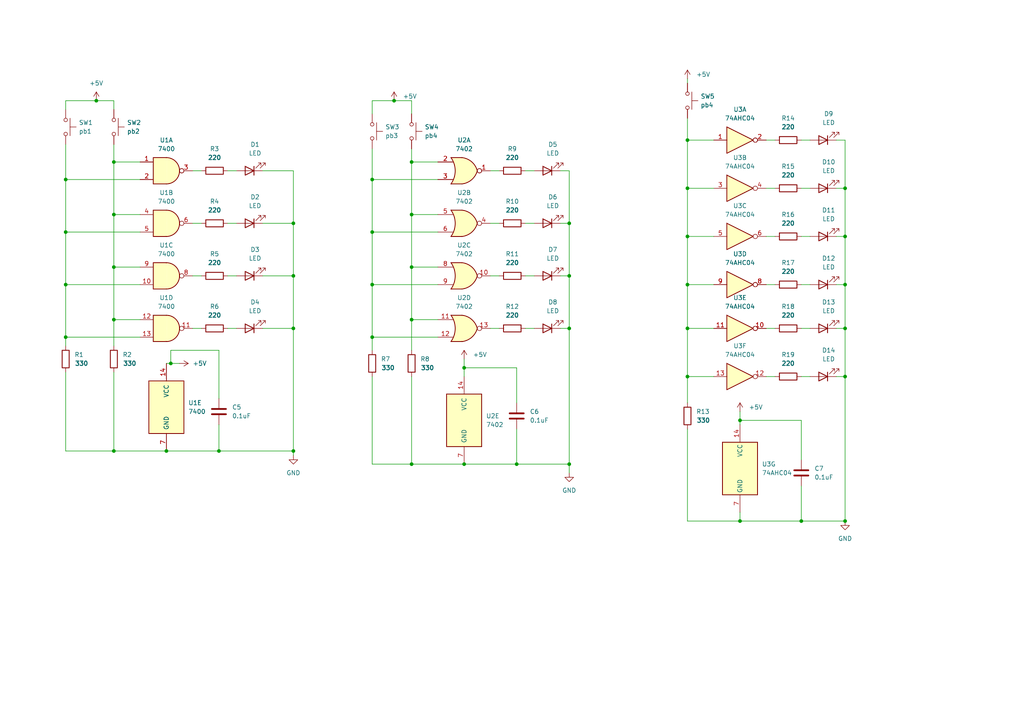
<source format=kicad_sch>
(kicad_sch (version 20211123) (generator eeschema)
  (paper "A4")
  (lib_symbols
    (symbol "74xx:7400" (pin_names (offset 1.016))
      (property "Reference" "U" (at 0 1.27 0))
      (property "Value" "7400" (at 0 -1.27 0))
      (symbol "7400_1_1"
        (arc (start 0 -3.81) (mid 3.81 0) (end 0 3.81) (stroke (width 0.254)) (fill (type background)))
        (polyline (pts (xy 0 3.81) (xy -3.81 3.81) (xy -3.81 -3.81) (xy 0 -3.81)) (stroke (width 0.254)) (fill (type background)))
        (pin input line (at -7.62 2.54 0) (length 3.81) (name "~") (number "1"))
        (pin input line (at -7.62 -2.54 0) (length 3.81) (name "~") (number "2"))
        (pin output inverted (at 7.62 0 180) (length 3.81) (name "~") (number "3"))
      )
      (symbol "7400_1_2"
        (arc (start -3.81 -3.81) (mid -2.589 0) (end -3.81 3.81) (stroke (width 0.254)))
        (arc (start -0.6096 -3.81) (mid 2.1842 -2.5851) (end 3.81 0) (stroke (width 0.254)) (fill (type background)))
        (polyline (pts (xy -3.81 -3.81) (xy -0.635 -3.81)) (stroke (width 0.254)) (fill (type background)))
        (polyline (pts (xy -3.81 3.81) (xy -0.635 3.81)) (stroke (width 0.254)) (fill (type background)))
        (polyline (pts (xy -0.635 3.81) (xy -3.81 3.81) (xy -3.81 3.81) (xy -3.556 3.4036) (xy -3.0226 2.2606) (xy -2.6924 1.0414) (xy -2.6162 -0.254) (xy -2.7686 -1.4986) (xy -3.175 -2.7178) (xy -3.81 -3.81) (xy -3.81 -3.81) (xy -0.635 -3.81)) (stroke (width -25.4)) (fill (type background)))
        (arc (start 3.81 0) (mid 2.1915 2.5936) (end -0.6096 3.81) (stroke (width 0.254)) (fill (type background)))
        (pin input inverted (at -7.62 2.54 0) (length 4.318) (name "~") (number "1"))
        (pin input inverted (at -7.62 -2.54 0) (length 4.318) (name "~") (number "2"))
        (pin output line (at 7.62 0 180) (length 3.81) (name "~") (number "3"))
      )
      (symbol "7400_2_1"
        (arc (start 0 -3.81) (mid 3.81 0) (end 0 3.81) (stroke (width 0.254)) (fill (type background)))
        (polyline (pts (xy 0 3.81) (xy -3.81 3.81) (xy -3.81 -3.81) (xy 0 -3.81)) (stroke (width 0.254)) (fill (type background)))
        (pin input line (at -7.62 2.54 0) (length 3.81) (name "~") (number "4"))
        (pin input line (at -7.62 -2.54 0) (length 3.81) (name "~") (number "5"))
        (pin output inverted (at 7.62 0 180) (length 3.81) (name "~") (number "6"))
      )
      (symbol "7400_2_2"
        (arc (start -3.81 -3.81) (mid -2.589 0) (end -3.81 3.81) (stroke (width 0.254)))
        (arc (start -0.6096 -3.81) (mid 2.1842 -2.5851) (end 3.81 0) (stroke (width 0.254)) (fill (type background)))
        (polyline (pts (xy -3.81 -3.81) (xy -0.635 -3.81)) (stroke (width 0.254)) (fill (type background)))
        (polyline (pts (xy -3.81 3.81) (xy -0.635 3.81)) (stroke (width 0.254)) (fill (type background)))
        (polyline (pts (xy -0.635 3.81) (xy -3.81 3.81) (xy -3.81 3.81) (xy -3.556 3.4036) (xy -3.0226 2.2606) (xy -2.6924 1.0414) (xy -2.6162 -0.254) (xy -2.7686 -1.4986) (xy -3.175 -2.7178) (xy -3.81 -3.81) (xy -3.81 -3.81) (xy -0.635 -3.81)) (stroke (width -25.4)) (fill (type background)))
        (arc (start 3.81 0) (mid 2.1915 2.5936) (end -0.6096 3.81) (stroke (width 0.254)) (fill (type background)))
        (pin input inverted (at -7.62 2.54 0) (length 4.318) (name "~") (number "4"))
        (pin input inverted (at -7.62 -2.54 0) (length 4.318) (name "~") (number "5"))
        (pin output line (at 7.62 0 180) (length 3.81) (name "~") (number "6"))
      )
      (symbol "7400_3_1"
        (arc (start 0 -3.81) (mid 3.81 0) (end 0 3.81) (stroke (width 0.254)) (fill (type background)))
        (polyline (pts (xy 0 3.81) (xy -3.81 3.81) (xy -3.81 -3.81) (xy 0 -3.81)) (stroke (width 0.254)) (fill (type background)))
        (pin input line (at -7.62 -2.54 0) (length 3.81) (name "~") (number "10"))
        (pin output inverted (at 7.62 0 180) (length 3.81) (name "~") (number "8"))
        (pin input line (at -7.62 2.54 0) (length 3.81) (name "~") (number "9"))
      )
      (symbol "7400_3_2"
        (arc (start -3.81 -3.81) (mid -2.589 0) (end -3.81 3.81) (stroke (width 0.254)))
        (arc (start -0.6096 -3.81) (mid 2.1842 -2.5851) (end 3.81 0) (stroke (width 0.254)) (fill (type background)))
        (polyline (pts (xy -3.81 -3.81) (xy -0.635 -3.81)) (stroke (width 0.254)) (fill (type background)))
        (polyline (pts (xy -3.81 3.81) (xy -0.635 3.81)) (stroke (width 0.254)) (fill (type background)))
        (polyline (pts (xy -0.635 3.81) (xy -3.81 3.81) (xy -3.81 3.81) (xy -3.556 3.4036) (xy -3.0226 2.2606) (xy -2.6924 1.0414) (xy -2.6162 -0.254) (xy -2.7686 -1.4986) (xy -3.175 -2.7178) (xy -3.81 -3.81) (xy -3.81 -3.81) (xy -0.635 -3.81)) (stroke (width -25.4)) (fill (type background)))
        (arc (start 3.81 0) (mid 2.1915 2.5936) (end -0.6096 3.81) (stroke (width 0.254)) (fill (type background)))
        (pin input inverted (at -7.62 -2.54 0) (length 4.318) (name "~") (number "10"))
        (pin output line (at 7.62 0 180) (length 3.81) (name "~") (number "8"))
        (pin input inverted (at -7.62 2.54 0) (length 4.318) (name "~") (number "9"))
      )
      (symbol "7400_4_1"
        (arc (start 0 -3.81) (mid 3.81 0) (end 0 3.81) (stroke (width 0.254)) (fill (type background)))
        (polyline (pts (xy 0 3.81) (xy -3.81 3.81) (xy -3.81 -3.81) (xy 0 -3.81)) (stroke (width 0.254)) (fill (type background)))
        (pin output inverted (at 7.62 0 180) (length 3.81) (name "~") (number "11"))
        (pin input line (at -7.62 2.54 0) (length 3.81) (name "~") (number "12"))
        (pin input line (at -7.62 -2.54 0) (length 3.81) (name "~") (number "13"))
      )
      (symbol "7400_4_2"
        (arc (start -3.81 -3.81) (mid -2.589 0) (end -3.81 3.81) (stroke (width 0.254)))
        (arc (start -0.6096 -3.81) (mid 2.1842 -2.5851) (end 3.81 0) (stroke (width 0.254)) (fill (type background)))
        (polyline (pts (xy -3.81 -3.81) (xy -0.635 -3.81)) (stroke (width 0.254)) (fill (type background)))
        (polyline (pts (xy -3.81 3.81) (xy -0.635 3.81)) (stroke (width 0.254)) (fill (type background)))
        (polyline (pts (xy -0.635 3.81) (xy -3.81 3.81) (xy -3.81 3.81) (xy -3.556 3.4036) (xy -3.0226 2.2606) (xy -2.6924 1.0414) (xy -2.6162 -0.254) (xy -2.7686 -1.4986) (xy -3.175 -2.7178) (xy -3.81 -3.81) (xy -3.81 -3.81) (xy -0.635 -3.81)) (stroke (width -25.4)) (fill (type background)))
        (arc (start 3.81 0) (mid 2.1915 2.5936) (end -0.6096 3.81) (stroke (width 0.254)) (fill (type background)))
        (pin output line (at 7.62 0 180) (length 3.81) (name "~") (number "11"))
        (pin input inverted (at -7.62 2.54 0) (length 4.318) (name "~") (number "12"))
        (pin input inverted (at -7.62 -2.54 0) (length 4.318) (name "~") (number "13"))
      )
      (symbol "7400_5_0"
        (pin power_in line (at 0 12.7 270) (length 5.08) (name "VCC") (number "14"))
        (pin power_in line (at 0 -12.7 90) (length 5.08) (name "GND") (number "7"))
      )
      (symbol "7400_5_1"
        (rectangle (start -5.08 7.62) (end 5.08 -7.62) (stroke (width 0.254)) (fill (type background)))
      )
    )
    (symbol "74xx:7402" (pin_names (offset 1.016))
      (property "Reference" "U" (at 0 1.27 0))
      (property "Value" "7402" (at 0 -1.27 0))
      (symbol "7402_1_1"
        (arc (start -3.81 -3.81) (mid -2.589 0) (end -3.81 3.81) (stroke (width 0.254)))
        (arc (start -0.6096 -3.81) (mid 2.1842 -2.5851) (end 3.81 0) (stroke (width 0.254)) (fill (type background)))
        (polyline (pts (xy -3.81 -3.81) (xy -0.635 -3.81)) (stroke (width 0.254)) (fill (type background)))
        (polyline (pts (xy -3.81 3.81) (xy -0.635 3.81)) (stroke (width 0.254)) (fill (type background)))
        (polyline (pts (xy -0.635 3.81) (xy -3.81 3.81) (xy -3.81 3.81) (xy -3.556 3.4036) (xy -3.0226 2.2606) (xy -2.6924 1.0414) (xy -2.6162 -0.254) (xy -2.7686 -1.4986) (xy -3.175 -2.7178) (xy -3.81 -3.81) (xy -3.81 -3.81) (xy -0.635 -3.81)) (stroke (width -25.4)) (fill (type background)))
        (arc (start 3.81 0) (mid 2.1915 2.5936) (end -0.6096 3.81) (stroke (width 0.254)) (fill (type background)))
        (pin output inverted (at 7.62 0 180) (length 3.81) (name "~") (number "1"))
        (pin input line (at -7.62 2.54 0) (length 4.318) (name "~") (number "2"))
        (pin input line (at -7.62 -2.54 0) (length 4.318) (name "~") (number "3"))
      )
      (symbol "7402_1_2"
        (arc (start 0 -3.81) (mid 3.81 0) (end 0 3.81) (stroke (width 0.254)) (fill (type background)))
        (polyline (pts (xy 0 3.81) (xy -3.81 3.81) (xy -3.81 -3.81) (xy 0 -3.81)) (stroke (width 0.254)) (fill (type background)))
        (pin output line (at 7.62 0 180) (length 3.81) (name "~") (number "1"))
        (pin input inverted (at -7.62 2.54 0) (length 3.81) (name "~") (number "2"))
        (pin input inverted (at -7.62 -2.54 0) (length 3.81) (name "~") (number "3"))
      )
      (symbol "7402_2_1"
        (arc (start -3.81 -3.81) (mid -2.589 0) (end -3.81 3.81) (stroke (width 0.254)))
        (arc (start -0.6096 -3.81) (mid 2.1842 -2.5851) (end 3.81 0) (stroke (width 0.254)) (fill (type background)))
        (polyline (pts (xy -3.81 -3.81) (xy -0.635 -3.81)) (stroke (width 0.254)) (fill (type background)))
        (polyline (pts (xy -3.81 3.81) (xy -0.635 3.81)) (stroke (width 0.254)) (fill (type background)))
        (polyline (pts (xy -0.635 3.81) (xy -3.81 3.81) (xy -3.81 3.81) (xy -3.556 3.4036) (xy -3.0226 2.2606) (xy -2.6924 1.0414) (xy -2.6162 -0.254) (xy -2.7686 -1.4986) (xy -3.175 -2.7178) (xy -3.81 -3.81) (xy -3.81 -3.81) (xy -0.635 -3.81)) (stroke (width -25.4)) (fill (type background)))
        (arc (start 3.81 0) (mid 2.1915 2.5936) (end -0.6096 3.81) (stroke (width 0.254)) (fill (type background)))
        (pin output inverted (at 7.62 0 180) (length 3.81) (name "~") (number "4"))
        (pin input line (at -7.62 2.54 0) (length 4.318) (name "~") (number "5"))
        (pin input line (at -7.62 -2.54 0) (length 4.318) (name "~") (number "6"))
      )
      (symbol "7402_2_2"
        (arc (start 0 -3.81) (mid 3.81 0) (end 0 3.81) (stroke (width 0.254)) (fill (type background)))
        (polyline (pts (xy 0 3.81) (xy -3.81 3.81) (xy -3.81 -3.81) (xy 0 -3.81)) (stroke (width 0.254)) (fill (type background)))
        (pin output line (at 7.62 0 180) (length 3.81) (name "~") (number "4"))
        (pin input inverted (at -7.62 2.54 0) (length 3.81) (name "~") (number "5"))
        (pin input inverted (at -7.62 -2.54 0) (length 3.81) (name "~") (number "6"))
      )
      (symbol "7402_3_1"
        (arc (start -3.81 -3.81) (mid -2.589 0) (end -3.81 3.81) (stroke (width 0.254)))
        (arc (start -0.6096 -3.81) (mid 2.1842 -2.5851) (end 3.81 0) (stroke (width 0.254)) (fill (type background)))
        (polyline (pts (xy -3.81 -3.81) (xy -0.635 -3.81)) (stroke (width 0.254)) (fill (type background)))
        (polyline (pts (xy -3.81 3.81) (xy -0.635 3.81)) (stroke (width 0.254)) (fill (type background)))
        (polyline (pts (xy -0.635 3.81) (xy -3.81 3.81) (xy -3.81 3.81) (xy -3.556 3.4036) (xy -3.0226 2.2606) (xy -2.6924 1.0414) (xy -2.6162 -0.254) (xy -2.7686 -1.4986) (xy -3.175 -2.7178) (xy -3.81 -3.81) (xy -3.81 -3.81) (xy -0.635 -3.81)) (stroke (width -25.4)) (fill (type background)))
        (arc (start 3.81 0) (mid 2.1915 2.5936) (end -0.6096 3.81) (stroke (width 0.254)) (fill (type background)))
        (pin output inverted (at 7.62 0 180) (length 3.81) (name "~") (number "10"))
        (pin input line (at -7.62 2.54 0) (length 4.318) (name "~") (number "8"))
        (pin input line (at -7.62 -2.54 0) (length 4.318) (name "~") (number "9"))
      )
      (symbol "7402_3_2"
        (arc (start 0 -3.81) (mid 3.81 0) (end 0 3.81) (stroke (width 0.254)) (fill (type background)))
        (polyline (pts (xy 0 3.81) (xy -3.81 3.81) (xy -3.81 -3.81) (xy 0 -3.81)) (stroke (width 0.254)) (fill (type background)))
        (pin output line (at 7.62 0 180) (length 3.81) (name "~") (number "10"))
        (pin input inverted (at -7.62 2.54 0) (length 3.81) (name "~") (number "8"))
        (pin input inverted (at -7.62 -2.54 0) (length 3.81) (name "~") (number "9"))
      )
      (symbol "7402_4_1"
        (arc (start -3.81 -3.81) (mid -2.589 0) (end -3.81 3.81) (stroke (width 0.254)))
        (arc (start -0.6096 -3.81) (mid 2.1842 -2.5851) (end 3.81 0) (stroke (width 0.254)) (fill (type background)))
        (polyline (pts (xy -3.81 -3.81) (xy -0.635 -3.81)) (stroke (width 0.254)) (fill (type background)))
        (polyline (pts (xy -3.81 3.81) (xy -0.635 3.81)) (stroke (width 0.254)) (fill (type background)))
        (polyline (pts (xy -0.635 3.81) (xy -3.81 3.81) (xy -3.81 3.81) (xy -3.556 3.4036) (xy -3.0226 2.2606) (xy -2.6924 1.0414) (xy -2.6162 -0.254) (xy -2.7686 -1.4986) (xy -3.175 -2.7178) (xy -3.81 -3.81) (xy -3.81 -3.81) (xy -0.635 -3.81)) (stroke (width -25.4)) (fill (type background)))
        (arc (start 3.81 0) (mid 2.1915 2.5936) (end -0.6096 3.81) (stroke (width 0.254)) (fill (type background)))
        (pin input line (at -7.62 2.54 0) (length 4.318) (name "~") (number "11"))
        (pin input line (at -7.62 -2.54 0) (length 4.318) (name "~") (number "12"))
        (pin output inverted (at 7.62 0 180) (length 3.81) (name "~") (number "13"))
      )
      (symbol "7402_4_2"
        (arc (start 0 -3.81) (mid 3.81 0) (end 0 3.81) (stroke (width 0.254)) (fill (type background)))
        (polyline (pts (xy 0 3.81) (xy -3.81 3.81) (xy -3.81 -3.81) (xy 0 -3.81)) (stroke (width 0.254)) (fill (type background)))
        (pin input inverted (at -7.62 2.54 0) (length 3.81) (name "~") (number "11"))
        (pin input inverted (at -7.62 -2.54 0) (length 3.81) (name "~") (number "12"))
        (pin output line (at 7.62 0 180) (length 3.81) (name "~") (number "13"))
      )
      (symbol "7402_5_0"
        (pin power_in line (at 0 12.7 270) (length 5.08) (name "VCC") (number "14"))
        (pin power_in line (at 0 -12.7 90) (length 5.08) (name "GND") (number "7"))
      )
      (symbol "7402_5_1"
        (rectangle (start -5.08 7.62) (end 5.08 -7.62) (stroke (width 0.254)) (fill (type background)))
      )
    )
    (symbol "74xx:74AHC04"
      (property "Reference" "U" (at 0 1.27 0))
      (property "Value" "74AHC04" (at 0 -1.27 0))
      (symbol "74AHC04_1_0"
        (polyline (pts (xy -3.81 3.81) (xy -3.81 -3.81) (xy 3.81 0) (xy -3.81 3.81)) (stroke (width 0.254)) (fill (type background)))
        (pin input line (at -7.62 0 0) (length 3.81) (name "~") (number "1"))
        (pin output inverted (at 7.62 0 180) (length 3.81) (name "~") (number "2"))
      )
      (symbol "74AHC04_2_0"
        (polyline (pts (xy -3.81 3.81) (xy -3.81 -3.81) (xy 3.81 0) (xy -3.81 3.81)) (stroke (width 0.254)) (fill (type background)))
        (pin input line (at -7.62 0 0) (length 3.81) (name "~") (number "3"))
        (pin output inverted (at 7.62 0 180) (length 3.81) (name "~") (number "4"))
      )
      (symbol "74AHC04_3_0"
        (polyline (pts (xy -3.81 3.81) (xy -3.81 -3.81) (xy 3.81 0) (xy -3.81 3.81)) (stroke (width 0.254)) (fill (type background)))
        (pin input line (at -7.62 0 0) (length 3.81) (name "~") (number "5"))
        (pin output inverted (at 7.62 0 180) (length 3.81) (name "~") (number "6"))
      )
      (symbol "74AHC04_4_0"
        (polyline (pts (xy -3.81 3.81) (xy -3.81 -3.81) (xy 3.81 0) (xy -3.81 3.81)) (stroke (width 0.254)) (fill (type background)))
        (pin output inverted (at 7.62 0 180) (length 3.81) (name "~") (number "8"))
        (pin input line (at -7.62 0 0) (length 3.81) (name "~") (number "9"))
      )
      (symbol "74AHC04_5_0"
        (polyline (pts (xy -3.81 3.81) (xy -3.81 -3.81) (xy 3.81 0) (xy -3.81 3.81)) (stroke (width 0.254)) (fill (type background)))
        (pin output inverted (at 7.62 0 180) (length 3.81) (name "~") (number "10"))
        (pin input line (at -7.62 0 0) (length 3.81) (name "~") (number "11"))
      )
      (symbol "74AHC04_6_0"
        (polyline (pts (xy -3.81 3.81) (xy -3.81 -3.81) (xy 3.81 0) (xy -3.81 3.81)) (stroke (width 0.254)) (fill (type background)))
        (pin output inverted (at 7.62 0 180) (length 3.81) (name "~") (number "12"))
        (pin input line (at -7.62 0 0) (length 3.81) (name "~") (number "13"))
      )
      (symbol "74AHC04_7_0"
        (pin power_in line (at 0 12.7 270) (length 5.08) (name "VCC") (number "14"))
        (pin power_in line (at 0 -12.7 90) (length 5.08) (name "GND") (number "7"))
      )
      (symbol "74AHC04_7_1"
        (rectangle (start -5.08 7.62) (end 5.08 -7.62) (stroke (width 0.254)) (fill (type background)))
      )
    )
    (symbol "Device:C" (pin_numbers hide) (pin_names (offset 0.254))
      (property "Reference" "C" (at 0.635 2.54 0))
      (property "Value" "C" (at 0.635 -2.54 0))
      (symbol "C_0_1"
        (polyline (pts (xy -2.032 -0.762) (xy 2.032 -0.762)) (stroke (width 0.508)))
        (polyline (pts (xy -2.032 0.762) (xy 2.032 0.762)) (stroke (width 0.508)))
      )
      (symbol "C_1_1"
        (pin passive line (at 0 3.81 270) (length 2.794) (name "~") (number "1"))
        (pin passive line (at 0 -3.81 90) (length 2.794) (name "~") (number "2"))
      )
    )
    (symbol "Device:LED" (pin_numbers hide) (pin_names (offset 1.016) hide)
      (property "Reference" "D" (at 0 2.54 0))
      (property "Value" "LED" (at 0 -2.54 0))
      (symbol "LED_0_1"
        (polyline (pts (xy -1.27 -1.27) (xy -1.27 1.27)) (stroke (width 0.254)))
        (polyline (pts (xy -1.27 0) (xy 1.27 0)))
        (polyline (pts (xy 1.27 -1.27) (xy 1.27 1.27) (xy -1.27 0) (xy 1.27 -1.27)) (stroke (width 0.254)))
        (polyline (pts (xy -3.048 -0.762) (xy -4.572 -2.286) (xy -3.81 -2.286) (xy -4.572 -2.286) (xy -4.572 -1.524)))
        (polyline (pts (xy -1.778 -0.762) (xy -3.302 -2.286) (xy -2.54 -2.286) (xy -3.302 -2.286) (xy -3.302 -1.524)))
      )
      (symbol "LED_1_1"
        (pin passive line (at -3.81 0 0) (length 2.54) (name "K") (number "1"))
        (pin passive line (at 3.81 0 180) (length 2.54) (name "A") (number "2"))
      )
    )
    (symbol "Device:R" (pin_numbers hide) (pin_names (offset 0))
      (property "Reference" "R" (at 2.032 0 90))
      (property "Value" "R" (at 0 0 90))
      (symbol "R_0_1"
        (rectangle (start -1.016 -2.54) (end 1.016 2.54) (stroke (width 0.254)))
      )
      (symbol "R_1_1"
        (pin passive line (at 0 3.81 270) (length 1.27) (name "~") (number "1"))
        (pin passive line (at 0 -3.81 90) (length 1.27) (name "~") (number "2"))
      )
    )
    (symbol "Switch:SW_Push" (pin_numbers hide) (pin_names (offset 1.016) hide)
      (property "Reference" "SW" (at 1.27 2.54 0))
      (property "Value" "SW_Push" (at 0 -1.524 0))
      (symbol "SW_Push_0_1"
        (circle (center -2.032 0) (radius 0.508))
        (polyline (pts (xy 0 1.27) (xy 0 3.048)))
        (polyline (pts (xy 2.54 1.27) (xy -2.54 1.27)))
        (circle (center 2.032 0) (radius 0.508))
        (pin passive line (at -5.08 0 0) (length 2.54) (name "1") (number "1"))
        (pin passive line (at 5.08 0 180) (length 2.54) (name "2") (number "2"))
      )
    )
    (symbol "power:+5V" (power) (pin_names (offset 0))
      (property "Value" "+5V" (at 0 3.556 0))
      (symbol "+5V_0_1"
        (polyline (pts (xy -0.762 1.27) (xy 0 2.54)))
        (polyline (pts (xy 0 0) (xy 0 2.54)))
        (polyline (pts (xy 0 2.54) (xy 0.762 1.27)))
      )
      (symbol "+5V_1_1"
        (pin power_in line (at 0 0 90) (length 0) hide (name "+5V") (number "1"))
      )
    )
    (symbol "power:GND" (power) (pin_names (offset 0))
      (property "Value" "GND" (at 0 -3.81 0))
      (symbol "GND_0_1"
        (polyline (pts (xy 0 0) (xy 0 -1.27) (xy 1.27 -1.27) (xy 0 -2.54) (xy -1.27 -1.27) (xy 0 -1.27)))
      )
      (symbol "GND_1_1"
        (pin power_in line (at 0 0 270) (length 0) hide (name "GND") (number "1"))
      )
    )
  )
  (junction (at 19.05 67.31))
  (junction (at 85.09 95.25))
  (junction (at 85.09 64.77))
  (junction (at 63.5 130.81))
  (junction (at 107.95 52.07))
  (junction (at 33.02 77.47))
  (junction (at 85.09 130.81))
  (junction (at 33.02 62.23))
  (junction (at 199.39 40.64))
  (junction (at 19.05 97.79))
  (junction (at 119.38 92.71))
  (junction (at 107.95 97.79))
  (junction (at 119.38 46.99))
  (junction (at 33.02 92.71))
  (junction (at 107.95 82.55))
  (junction (at 114.3 29.21))
  (junction (at 134.62 106.68))
  (junction (at 33.02 130.81))
  (junction (at 199.39 54.61))
  (junction (at 245.11 54.61))
  (junction (at 165.1 64.77))
  (junction (at 33.02 46.99))
  (junction (at 165.1 80.01))
  (junction (at 165.1 134.62))
  (junction (at 199.39 95.25))
  (junction (at 199.39 68.58))
  (junction (at 232.41 151.13))
  (junction (at 214.63 121.92))
  (junction (at 214.63 151.13))
  (junction (at 48.26 130.81))
  (junction (at 19.05 52.07))
  (junction (at 245.11 151.13))
  (junction (at 49.53 105.41))
  (junction (at 27.94 29.21))
  (junction (at 119.38 62.23))
  (junction (at 245.11 82.55))
  (junction (at 245.11 95.25))
  (junction (at 245.11 68.58))
  (junction (at 245.11 109.22))
  (junction (at 19.05 82.55))
  (junction (at 165.1 95.25))
  (junction (at 85.09 80.01))
  (junction (at 119.38 134.62))
  (junction (at 107.95 67.31))
  (junction (at 149.86 134.62))
  (junction (at 119.38 77.47))
  (junction (at 199.39 82.55))
  (junction (at 199.39 109.22))
  (junction (at 134.62 134.62))
  (wire (pts (xy 33.02 77.47) (xy 40.64 77.47)))
  (wire (pts (xy 134.62 104.14) (xy 134.62 106.68)))
  (wire (pts (xy 107.95 67.31) (xy 107.95 52.07)))
  (wire (pts (xy 33.02 31.75) (xy 33.02 29.21)))
  (wire (pts (xy 165.1 95.25) (xy 165.1 80.01)))
  (wire (pts (xy 232.41 151.13) (xy 214.63 151.13)))
  (wire (pts (xy 222.25 40.64) (xy 224.79 40.64)))
  (wire (pts (xy 232.41 109.22) (xy 234.95 109.22)))
  (wire (pts (xy 19.05 52.07) (xy 40.64 52.07)))
  (wire (pts (xy 55.88 49.53) (xy 58.42 49.53)))
  (wire (pts (xy 107.95 109.22) (xy 107.95 134.62)))
  (wire (pts (xy 33.02 62.23) (xy 40.64 62.23)))
  (wire (pts (xy 63.5 115.57) (xy 63.5 101.6)))
  (wire (pts (xy 19.05 82.55) (xy 40.64 82.55)))
  (wire (pts (xy 149.86 106.68) (xy 134.62 106.68)))
  (wire (pts (xy 162.56 95.25) (xy 165.1 95.25)))
  (wire (pts (xy 107.95 97.79) (xy 107.95 101.6)))
  (wire (pts (xy 199.39 95.25) (xy 207.01 95.25)))
  (wire (pts (xy 214.63 148.59) (xy 214.63 151.13)))
  (wire (pts (xy 33.02 92.71) (xy 33.02 77.47)))
  (wire (pts (xy 245.11 95.25) (xy 245.11 109.22)))
  (wire (pts (xy 232.41 40.64) (xy 234.95 40.64)))
  (wire (pts (xy 19.05 52.07) (xy 19.05 67.31)))
  (wire (pts (xy 165.1 134.62) (xy 165.1 95.25)))
  (wire (pts (xy 222.25 82.55) (xy 224.79 82.55)))
  (wire (pts (xy 245.11 109.22) (xy 245.11 151.13)))
  (wire (pts (xy 119.38 92.71) (xy 119.38 101.6)))
  (wire (pts (xy 199.39 95.25) (xy 199.39 109.22)))
  (wire (pts (xy 245.11 54.61) (xy 245.11 68.58)))
  (wire (pts (xy 149.86 124.46) (xy 149.86 134.62)))
  (wire (pts (xy 33.02 46.99) (xy 40.64 46.99)))
  (wire (pts (xy 119.38 77.47) (xy 127 77.47)))
  (wire (pts (xy 85.09 95.25) (xy 85.09 80.01)))
  (wire (pts (xy 66.04 80.01) (xy 68.58 80.01)))
  (wire (pts (xy 66.04 49.53) (xy 68.58 49.53)))
  (wire (pts (xy 165.1 80.01) (xy 165.1 64.77)))
  (wire (pts (xy 245.11 40.64) (xy 245.11 54.61)))
  (wire (pts (xy 76.2 64.77) (xy 85.09 64.77)))
  (wire (pts (xy 242.57 40.64) (xy 245.11 40.64)))
  (wire (pts (xy 214.63 121.92) (xy 214.63 123.19)))
  (wire (pts (xy 85.09 49.53) (xy 76.2 49.53)))
  (wire (pts (xy 207.01 54.61) (xy 199.39 54.61)))
  (wire (pts (xy 107.95 29.21) (xy 107.95 33.02)))
  (wire (pts (xy 232.41 82.55) (xy 234.95 82.55)))
  (wire (pts (xy 149.86 116.84) (xy 149.86 106.68)))
  (wire (pts (xy 119.38 29.21) (xy 114.3 29.21)))
  (wire (pts (xy 199.39 151.13) (xy 214.63 151.13)))
  (wire (pts (xy 214.63 119.38) (xy 214.63 121.92)))
  (wire (pts (xy 19.05 97.79) (xy 19.05 100.33)))
  (wire (pts (xy 232.41 121.92) (xy 214.63 121.92)))
  (wire (pts (xy 242.57 82.55) (xy 245.11 82.55)))
  (wire (pts (xy 49.53 101.6) (xy 49.53 105.41)))
  (wire (pts (xy 76.2 80.01) (xy 85.09 80.01)))
  (wire (pts (xy 207.01 68.58) (xy 199.39 68.58)))
  (wire (pts (xy 63.5 101.6) (xy 49.53 101.6)))
  (wire (pts (xy 165.1 137.16) (xy 165.1 134.62)))
  (wire (pts (xy 199.39 40.64) (xy 207.01 40.64)))
  (wire (pts (xy 232.41 68.58) (xy 234.95 68.58)))
  (wire (pts (xy 199.39 68.58) (xy 199.39 54.61)))
  (wire (pts (xy 245.11 82.55) (xy 245.11 95.25)))
  (wire (pts (xy 33.02 62.23) (xy 33.02 46.99)))
  (wire (pts (xy 66.04 64.77) (xy 68.58 64.77)))
  (wire (pts (xy 107.95 52.07) (xy 127 52.07)))
  (wire (pts (xy 107.95 82.55) (xy 127 82.55)))
  (wire (pts (xy 162.56 64.77) (xy 165.1 64.77)))
  (wire (pts (xy 119.38 43.18) (xy 119.38 46.99)))
  (wire (pts (xy 33.02 130.81) (xy 48.26 130.81)))
  (wire (pts (xy 222.25 109.22) (xy 224.79 109.22)))
  (wire (pts (xy 63.5 130.81) (xy 85.09 130.81)))
  (wire (pts (xy 19.05 107.95) (xy 19.05 130.81)))
  (wire (pts (xy 63.5 123.19) (xy 63.5 130.81)))
  (wire (pts (xy 222.25 54.61) (xy 224.79 54.61)))
  (wire (pts (xy 19.05 29.21) (xy 19.05 31.75)))
  (wire (pts (xy 242.57 95.25) (xy 245.11 95.25)))
  (wire (pts (xy 134.62 106.68) (xy 134.62 109.22)))
  (wire (pts (xy 127 92.71) (xy 119.38 92.71)))
  (wire (pts (xy 55.88 95.25) (xy 58.42 95.25)))
  (wire (pts (xy 85.09 132.08) (xy 85.09 130.81)))
  (wire (pts (xy 27.94 29.21) (xy 19.05 29.21)))
  (wire (pts (xy 49.53 105.41) (xy 52.07 105.41)))
  (wire (pts (xy 27.94 29.21) (xy 33.02 29.21)))
  (wire (pts (xy 119.38 134.62) (xy 134.62 134.62)))
  (wire (pts (xy 142.24 49.53) (xy 144.78 49.53)))
  (wire (pts (xy 165.1 64.77) (xy 165.1 49.53)))
  (wire (pts (xy 127 62.23) (xy 119.38 62.23)))
  (wire (pts (xy 85.09 80.01) (xy 85.09 64.77)))
  (wire (pts (xy 33.02 41.91) (xy 33.02 46.99)))
  (wire (pts (xy 107.95 97.79) (xy 107.95 82.55)))
  (wire (pts (xy 134.62 134.62) (xy 149.86 134.62)))
  (wire (pts (xy 107.95 52.07) (xy 107.95 43.18)))
  (wire (pts (xy 242.57 54.61) (xy 245.11 54.61)))
  (wire (pts (xy 76.2 95.25) (xy 85.09 95.25)))
  (wire (pts (xy 245.11 151.13) (xy 232.41 151.13)))
  (wire (pts (xy 199.39 22.86) (xy 199.39 24.13)))
  (wire (pts (xy 19.05 41.91) (xy 19.05 52.07)))
  (wire (pts (xy 119.38 92.71) (xy 119.38 77.47)))
  (wire (pts (xy 232.41 54.61) (xy 234.95 54.61)))
  (wire (pts (xy 245.11 68.58) (xy 245.11 82.55)))
  (wire (pts (xy 19.05 130.81) (xy 33.02 130.81)))
  (wire (pts (xy 152.4 64.77) (xy 154.94 64.77)))
  (wire (pts (xy 127 97.79) (xy 107.95 97.79)))
  (wire (pts (xy 48.26 130.81) (xy 63.5 130.81)))
  (wire (pts (xy 242.57 109.22) (xy 245.11 109.22)))
  (wire (pts (xy 232.41 133.35) (xy 232.41 121.92)))
  (wire (pts (xy 85.09 64.77) (xy 85.09 49.53)))
  (wire (pts (xy 119.38 62.23) (xy 119.38 46.99)))
  (wire (pts (xy 152.4 95.25) (xy 154.94 95.25)))
  (wire (pts (xy 207.01 109.22) (xy 199.39 109.22)))
  (wire (pts (xy 199.39 54.61) (xy 199.39 40.64)))
  (wire (pts (xy 242.57 68.58) (xy 245.11 68.58)))
  (wire (pts (xy 142.24 80.01) (xy 144.78 80.01)))
  (wire (pts (xy 40.64 92.71) (xy 33.02 92.71)))
  (wire (pts (xy 119.38 46.99) (xy 127 46.99)))
  (wire (pts (xy 162.56 80.01) (xy 165.1 80.01)))
  (wire (pts (xy 107.95 82.55) (xy 107.95 67.31)))
  (wire (pts (xy 33.02 92.71) (xy 33.02 100.33)))
  (wire (pts (xy 222.25 95.25) (xy 224.79 95.25)))
  (wire (pts (xy 66.04 95.25) (xy 68.58 95.25)))
  (wire (pts (xy 107.95 134.62) (xy 119.38 134.62)))
  (wire (pts (xy 232.41 95.25) (xy 234.95 95.25)))
  (wire (pts (xy 33.02 77.47) (xy 33.02 62.23)))
  (wire (pts (xy 232.41 140.97) (xy 232.41 151.13)))
  (wire (pts (xy 19.05 67.31) (xy 40.64 67.31)))
  (wire (pts (xy 55.88 80.01) (xy 58.42 80.01)))
  (wire (pts (xy 119.38 33.02) (xy 119.38 29.21)))
  (wire (pts (xy 119.38 109.22) (xy 119.38 134.62)))
  (wire (pts (xy 114.3 29.21) (xy 107.95 29.21)))
  (wire (pts (xy 48.26 105.41) (xy 49.53 105.41)))
  (wire (pts (xy 222.25 68.58) (xy 224.79 68.58)))
  (wire (pts (xy 55.88 64.77) (xy 58.42 64.77)))
  (wire (pts (xy 199.39 82.55) (xy 199.39 95.25)))
  (wire (pts (xy 165.1 49.53) (xy 162.56 49.53)))
  (wire (pts (xy 142.24 95.25) (xy 144.78 95.25)))
  (wire (pts (xy 19.05 67.31) (xy 19.05 82.55)))
  (wire (pts (xy 33.02 107.95) (xy 33.02 130.81)))
  (wire (pts (xy 152.4 49.53) (xy 154.94 49.53)))
  (wire (pts (xy 149.86 134.62) (xy 165.1 134.62)))
  (wire (pts (xy 107.95 67.31) (xy 127 67.31)))
  (wire (pts (xy 19.05 97.79) (xy 40.64 97.79)))
  (wire (pts (xy 152.4 80.01) (xy 154.94 80.01)))
  (wire (pts (xy 207.01 82.55) (xy 199.39 82.55)))
  (wire (pts (xy 19.05 82.55) (xy 19.05 97.79)))
  (wire (pts (xy 119.38 77.47) (xy 119.38 62.23)))
  (wire (pts (xy 199.39 151.13) (xy 199.39 124.46)))
  (wire (pts (xy 199.39 34.29) (xy 199.39 40.64)))
  (wire (pts (xy 142.24 64.77) (xy 144.78 64.77)))
  (wire (pts (xy 199.39 82.55) (xy 199.39 68.58)))
  (wire (pts (xy 85.09 130.81) (xy 85.09 95.25)))
  (wire (pts (xy 199.39 109.22) (xy 199.39 116.84)))
  (symbol (lib_id "74xx:7402") (at 134.62 121.92 0) (unit 5)
    (property "Reference" "U2" (at 140.97 120.6499 0) (effects (justify left)))
    (property "Value" "7402" (at 140.97 123.1899 0) (effects (justify left)))
    (property "Footprint" "Package_DIP:DIP-14_W7.62mm_LongPads" (effects hide))
    (property "Datasheet" "http://www.ti.com/lit/gpn/sn7402" (effects hide))
  )
  (symbol (lib_id "74xx:7402") (at 134.62 80.01 0) (unit 3)
    (property "Reference" "U2" (at 134.62 71.12 0))
    (property "Value" "7402" (at 134.62 73.66 0))
    (property "Footprint" "Package_DIP:DIP-14_W7.62mm_LongPads" (effects hide))
    (property "Datasheet" "http://www.ti.com/lit/gpn/sn7402" (effects hide))
  )
  (symbol (lib_id "power:+5V") (at 199.39 22.86 0) (unit 1)
    (property "Reference" "#PWR0102" (effects hide))
    (property "Value" "+5V" (at 201.93 21.5899 0) (effects (justify left)))
  )
  (symbol (lib_id "74xx:7402") (at 134.62 64.77 0) (unit 2)
    (property "Reference" "U2" (at 134.62 55.88 0))
    (property "Value" "7402" (at 134.62 58.42 0))
    (property "Footprint" "Package_DIP:DIP-14_W7.62mm_LongPads" (effects hide))
    (property "Datasheet" "http://www.ti.com/lit/gpn/sn7402" (effects hide))
  )
  (symbol (lib_id "Device:R") (at 19.05 104.14 180) (unit 1)
    (property "Reference" "R1" (at 21.59 102.8699 0) (effects (justify right)))
    (property "Value" "330" (at 21.59 105.4099 0) (effects (font bold) (justify right)))
    (property "Footprint" "Resistor_THT:R_Axial_DIN0207_L6.3mm_D2.5mm_P10.16mm_Horizontal" (effects hide))
  )
  (symbol (lib_id "Device:LED") (at 238.76 109.22 180) (unit 1)
    (property "Reference" "D14" (at 240.3475 101.6 0))
    (property "Value" "LED" (at 240.3475 104.14 0))
    (property "Footprint" "LED_THT:LED_D5.0mm" (effects hide))
  )
  (symbol (lib_id "74xx:74AHC04") (at 214.63 54.61 0) (unit 2)
    (property "Reference" "U3" (at 214.63 45.72 0))
    (property "Value" "74AHC04" (at 214.63 48.26 0))
    (property "Footprint" "Package_DIP:DIP-14_W7.62mm_LongPads" (effects hide))
    (property "Datasheet" "https://assets.nexperia.com/documents/data-sheet/74AHC_AHCT04.pdf" (effects hide))
  )
  (symbol (lib_id "Device:R") (at 107.95 105.41 180) (unit 1)
    (property "Reference" "R7" (at 110.49 104.1399 0) (effects (justify right)))
    (property "Value" "330" (at 110.49 106.6799 0) (effects (font bold) (justify right)))
    (property "Footprint" "Resistor_THT:R_Axial_DIN0207_L6.3mm_D2.5mm_P10.16mm_Horizontal" (effects hide))
  )
  (symbol (lib_id "Device:LED") (at 72.39 49.53 180) (unit 1)
    (property "Reference" "D1" (at 73.9775 41.91 0))
    (property "Value" "LED" (at 73.9775 44.45 0))
    (property "Footprint" "LED_THT:LED_D5.0mm" (effects hide))
  )
  (symbol (lib_id "Device:R") (at 199.39 120.65 180) (unit 1)
    (property "Reference" "R13" (at 201.93 119.3799 0) (effects (justify right)))
    (property "Value" "330" (at 201.93 121.9199 0) (effects (font bold) (justify right)))
    (property "Footprint" "Resistor_THT:R_Axial_DIN0207_L6.3mm_D2.5mm_P10.16mm_Horizontal" (effects hide))
  )
  (symbol (lib_id "Switch:SW_Push") (at 107.95 38.1 270) (unit 1)
    (property "Reference" "SW3" (at 111.76 36.8299 90) (effects (justify left)))
    (property "Value" "pb3" (at 111.76 39.3699 90) (effects (justify left)))
    (property "Footprint" "Button_Switch_THT:SW_PUSH_6mm" (effects hide))
  )
  (symbol (lib_id "74xx:7400") (at 48.26 95.25 0) (unit 4)
    (property "Reference" "U1" (at 48.26 86.36 0))
    (property "Value" "7400" (at 48.26 88.9 0))
    (property "Footprint" "Package_DIP:DIP-14_W7.62mm_LongPads" (effects hide))
    (property "Datasheet" "http://www.ti.com/lit/gpn/sn7400" (effects hide))
  )
  (symbol (lib_id "Device:C") (at 63.5 119.38 180) (unit 1)
    (property "Reference" "C5" (at 67.31 118.1099 0) (effects (justify right)))
    (property "Value" "0.1uF" (at 67.31 120.6499 0) (effects (justify right)))
    (property "Footprint" "Capacitor_THT:C_Disc_D5.0mm_W2.5mm_P5.00mm" (effects hide))
  )
  (symbol (lib_id "Device:C") (at 149.86 120.65 180) (unit 1)
    (property "Reference" "C6" (at 153.67 119.3799 0) (effects (justify right)))
    (property "Value" "0.1uF" (at 153.67 121.9199 0) (effects (justify right)))
    (property "Footprint" "Capacitor_THT:C_Disc_D5.0mm_W2.5mm_P5.00mm" (effects hide))
  )
  (symbol (lib_id "74xx:7400") (at 48.26 64.77 0) (unit 2)
    (property "Reference" "U1" (at 48.26 55.88 0))
    (property "Value" "7400" (at 48.26 58.42 0))
    (property "Footprint" "Package_DIP:DIP-14_W7.62mm_LongPads" (effects hide))
    (property "Datasheet" "http://www.ti.com/lit/gpn/sn7400" (effects hide))
  )
  (symbol (lib_id "Device:LED") (at 158.75 95.25 180) (unit 1)
    (property "Reference" "D8" (at 160.3375 87.63 0))
    (property "Value" "LED" (at 160.3375 90.17 0))
    (property "Footprint" "LED_THT:LED_D5.0mm" (effects hide))
  )
  (symbol (lib_id "74xx:74AHC04") (at 214.63 95.25 0) (unit 5)
    (property "Reference" "U3" (at 214.63 86.36 0))
    (property "Value" "74AHC04" (at 214.63 88.9 0))
    (property "Footprint" "Package_DIP:DIP-14_W7.62mm_LongPads" (effects hide))
    (property "Datasheet" "https://assets.nexperia.com/documents/data-sheet/74AHC_AHCT04.pdf" (effects hide))
  )
  (symbol (lib_id "Device:LED") (at 158.75 64.77 180) (unit 1)
    (property "Reference" "D6" (at 160.3375 57.15 0))
    (property "Value" "LED" (at 160.3375 59.69 0))
    (property "Footprint" "LED_THT:LED_D5.0mm" (effects hide))
  )
  (symbol (lib_id "Device:R") (at 228.6 54.61 90) (unit 1)
    (property "Reference" "R15" (at 228.6 48.26 90))
    (property "Value" "220" (at 228.6 50.8 90) (effects (font bold)))
    (property "Footprint" "Resistor_THT:R_Axial_DIN0207_L6.3mm_D2.5mm_P10.16mm_Horizontal" (effects hide))
  )
  (symbol (lib_id "Device:LED") (at 72.39 80.01 180) (unit 1)
    (property "Reference" "D3" (at 73.9775 72.39 0))
    (property "Value" "LED" (at 73.9775 74.93 0))
    (property "Footprint" "LED_THT:LED_D5.0mm" (effects hide))
  )
  (symbol (lib_id "power:GND") (at 165.1 137.16 0) (unit 1)
    (property "Reference" "#PWR0108" (effects hide))
    (property "Value" "GND" (at 165.1 142.24 0))
  )
  (symbol (lib_id "74xx:7400") (at 48.26 118.11 0) (unit 5)
    (property "Reference" "U1" (at 54.61 116.8399 0) (effects (justify left)))
    (property "Value" "7400" (at 54.61 119.3799 0) (effects (justify left)))
    (property "Footprint" "Package_DIP:DIP-14_W7.62mm_LongPads" (effects hide))
    (property "Datasheet" "http://www.ti.com/lit/gpn/sn7400" (effects hide))
  )
  (symbol (lib_id "Device:R") (at 228.6 82.55 90) (unit 1)
    (property "Reference" "R17" (at 228.6 76.2 90))
    (property "Value" "220" (at 228.6 78.74 90) (effects (font bold)))
    (property "Footprint" "Resistor_THT:R_Axial_DIN0207_L6.3mm_D2.5mm_P10.16mm_Horizontal" (effects hide))
  )
  (symbol (lib_id "Device:LED") (at 72.39 95.25 180) (unit 1)
    (property "Reference" "D4" (at 73.9775 87.63 0))
    (property "Value" "LED" (at 73.9775 90.17 0))
    (property "Footprint" "LED_THT:LED_D5.0mm" (effects hide))
  )
  (symbol (lib_id "Device:LED") (at 158.75 80.01 180) (unit 1)
    (property "Reference" "D7" (at 160.3375 72.39 0))
    (property "Value" "LED" (at 160.3375 74.93 0))
    (property "Footprint" "LED_THT:LED_D5.0mm" (effects hide))
  )
  (symbol (lib_id "74xx:7402") (at 134.62 95.25 0) (unit 4)
    (property "Reference" "U2" (at 134.62 86.36 0))
    (property "Value" "7402" (at 134.62 88.9 0))
    (property "Footprint" "Package_DIP:DIP-14_W7.62mm_LongPads" (effects hide))
    (property "Datasheet" "http://www.ti.com/lit/gpn/sn7402" (effects hide))
  )
  (symbol (lib_id "Device:LED") (at 238.76 95.25 180) (unit 1)
    (property "Reference" "D13" (at 240.3475 87.63 0))
    (property "Value" "LED" (at 240.3475 90.17 0))
    (property "Footprint" "LED_THT:LED_D5.0mm" (effects hide))
  )
  (symbol (lib_id "Device:LED") (at 72.39 64.77 180) (unit 1)
    (property "Reference" "D2" (at 73.9775 57.15 0))
    (property "Value" "LED" (at 73.9775 59.69 0))
    (property "Footprint" "LED_THT:LED_D5.0mm" (effects hide))
  )
  (symbol (lib_id "Switch:SW_Push") (at 19.05 36.83 270) (unit 1)
    (property "Reference" "SW1" (at 22.86 35.5599 90) (effects (justify left)))
    (property "Value" "pb1" (at 22.86 38.0999 90) (effects (justify left)))
    (property "Footprint" "Button_Switch_THT:SW_PUSH_6mm" (effects hide))
  )
  (symbol (lib_id "74xx:74AHC04") (at 214.63 82.55 0) (unit 4)
    (property "Reference" "U3" (at 214.63 73.66 0))
    (property "Value" "74AHC04" (at 214.63 76.2 0))
    (property "Footprint" "Package_DIP:DIP-14_W7.62mm_LongPads" (effects hide))
    (property "Datasheet" "https://assets.nexperia.com/documents/data-sheet/74AHC_AHCT04.pdf" (effects hide))
  )
  (symbol (lib_id "power:GND") (at 85.09 132.08 0) (unit 1)
    (property "Reference" "#PWR0103" (effects hide))
    (property "Value" "GND" (at 85.09 137.16 0))
  )
  (symbol (lib_id "Device:R") (at 148.59 49.53 90) (unit 1)
    (property "Reference" "R9" (at 148.59 43.18 90))
    (property "Value" "220" (at 148.59 45.72 90) (effects (font bold)))
    (property "Footprint" "Resistor_THT:R_Axial_DIN0207_L6.3mm_D2.5mm_P10.16mm_Horizontal" (effects hide))
  )
  (symbol (lib_id "power:+5V") (at 114.3 29.21 0) (unit 1)
    (property "Reference" "#PWR0101" (effects hide))
    (property "Value" "+5V" (at 116.84 27.9399 0) (effects (justify left)))
  )
  (symbol (lib_id "Device:LED") (at 238.76 54.61 180) (unit 1)
    (property "Reference" "D10" (at 240.3475 46.99 0))
    (property "Value" "LED" (at 240.3475 49.53 0))
    (property "Footprint" "LED_THT:LED_D5.0mm" (effects hide))
  )
  (symbol (lib_id "power:+5V") (at 52.07 105.41 270) (unit 1)
    (property "Reference" "#PWR0104" (effects hide))
    (property "Value" "+5V" (at 55.88 105.4099 90) (effects (justify left)))
  )
  (symbol (lib_id "Device:C") (at 232.41 137.16 180) (unit 1)
    (property "Reference" "C7" (at 236.22 135.8899 0) (effects (justify right)))
    (property "Value" "0.1uF" (at 236.22 138.4299 0) (effects (justify right)))
    (property "Footprint" "Capacitor_THT:C_Disc_D5.0mm_W2.5mm_P5.00mm" (effects hide))
  )
  (symbol (lib_id "74xx:74AHC04") (at 214.63 68.58 0) (unit 3)
    (property "Reference" "U3" (at 214.63 59.69 0))
    (property "Value" "74AHC04" (at 214.63 62.23 0))
    (property "Footprint" "Package_DIP:DIP-14_W7.62mm_LongPads" (effects hide))
    (property "Datasheet" "https://assets.nexperia.com/documents/data-sheet/74AHC_AHCT04.pdf" (effects hide))
  )
  (symbol (lib_id "74xx:7400") (at 48.26 49.53 0) (unit 1)
    (property "Reference" "U1" (at 48.26 40.64 0))
    (property "Value" "7400" (at 48.26 43.18 0))
    (property "Footprint" "Package_DIP:DIP-14_W7.62mm_LongPads" (effects hide))
    (property "Datasheet" "http://www.ti.com/lit/gpn/sn7400" (effects hide))
  )
  (symbol (lib_id "Device:R") (at 228.6 95.25 90) (unit 1)
    (property "Reference" "R18" (at 228.6 88.9 90))
    (property "Value" "220" (at 228.6 91.44 90) (effects (font bold)))
    (property "Footprint" "Resistor_THT:R_Axial_DIN0207_L6.3mm_D2.5mm_P10.16mm_Horizontal" (effects hide))
  )
  (symbol (lib_id "Switch:SW_Push") (at 119.38 38.1 270) (unit 1)
    (property "Reference" "SW4" (at 123.19 36.8299 90) (effects (justify left)))
    (property "Value" "pb4" (at 123.19 39.3699 90) (effects (justify left)))
    (property "Footprint" "Button_Switch_THT:SW_PUSH_6mm" (effects hide))
  )
  (symbol (lib_id "Device:R") (at 33.02 104.14 180) (unit 1)
    (property "Reference" "R2" (at 35.56 102.8699 0) (effects (justify right)))
    (property "Value" "330" (at 35.56 105.4099 0) (effects (font bold) (justify right)))
    (property "Footprint" "Resistor_THT:R_Axial_DIN0207_L6.3mm_D2.5mm_P10.16mm_Horizontal" (effects hide))
  )
  (symbol (lib_id "Device:LED") (at 238.76 68.58 180) (unit 1)
    (property "Reference" "D11" (at 240.3475 60.96 0))
    (property "Value" "LED" (at 240.3475 63.5 0))
    (property "Footprint" "LED_THT:LED_D5.0mm" (effects hide))
  )
  (symbol (lib_id "Device:R") (at 119.38 105.41 180) (unit 1)
    (property "Reference" "R8" (at 121.92 104.1399 0) (effects (justify right)))
    (property "Value" "330" (at 121.92 106.6799 0) (effects (font bold) (justify right)))
    (property "Footprint" "Resistor_THT:R_Axial_DIN0207_L6.3mm_D2.5mm_P10.16mm_Horizontal" (effects hide))
  )
  (symbol (lib_id "Device:R") (at 62.23 49.53 90) (unit 1)
    (property "Reference" "R3" (at 62.23 43.18 90))
    (property "Value" "220" (at 62.23 45.72 90) (effects (font bold)))
    (property "Footprint" "Resistor_THT:R_Axial_DIN0207_L6.3mm_D2.5mm_P10.16mm_Horizontal" (effects hide))
  )
  (symbol (lib_id "power:GND") (at 245.11 151.13 0) (unit 1)
    (property "Reference" "#PWR0105" (effects hide))
    (property "Value" "GND" (at 245.11 156.21 0))
  )
  (symbol (lib_id "Device:R") (at 228.6 40.64 90) (unit 1)
    (property "Reference" "R14" (at 228.6 34.29 90))
    (property "Value" "220" (at 228.6 36.83 90) (effects (font bold)))
    (property "Footprint" "Resistor_THT:R_Axial_DIN0207_L6.3mm_D2.5mm_P10.16mm_Horizontal" (effects hide))
  )
  (symbol (lib_id "Switch:SW_Push") (at 33.02 36.83 270) (unit 1)
    (property "Reference" "SW2" (at 36.83 35.5599 90) (effects (justify left)))
    (property "Value" "pb2" (at 36.83 38.0999 90) (effects (justify left)))
    (property "Footprint" "Button_Switch_THT:SW_PUSH_6mm" (effects hide))
  )
  (symbol (lib_id "74xx:74AHC04") (at 214.63 40.64 0) (unit 1)
    (property "Reference" "U3" (at 214.63 31.75 0))
    (property "Value" "74AHC04" (at 214.63 34.29 0))
    (property "Footprint" "Package_DIP:DIP-14_W7.62mm_LongPads" (effects hide))
    (property "Datasheet" "https://assets.nexperia.com/documents/data-sheet/74AHC_AHCT04.pdf" (effects hide))
  )
  (symbol (lib_id "74xx:74AHC04") (at 214.63 109.22 0) (unit 6)
    (property "Reference" "U3" (at 214.63 100.33 0))
    (property "Value" "74AHC04" (at 214.63 102.87 0))
    (property "Footprint" "Package_DIP:DIP-14_W7.62mm_LongPads" (effects hide))
    (property "Datasheet" "https://assets.nexperia.com/documents/data-sheet/74AHC_AHCT04.pdf" (effects hide))
  )
  (symbol (lib_id "Device:R") (at 148.59 64.77 90) (unit 1)
    (property "Reference" "R10" (at 148.59 58.42 90))
    (property "Value" "220" (at 148.59 60.96 90) (effects (font bold)))
    (property "Footprint" "Resistor_THT:R_Axial_DIN0207_L6.3mm_D2.5mm_P10.16mm_Horizontal" (effects hide))
  )
  (symbol (lib_id "Device:R") (at 62.23 80.01 90) (unit 1)
    (property "Reference" "R5" (at 62.23 73.66 90))
    (property "Value" "220" (at 62.23 76.2 90) (effects (font bold)))
    (property "Footprint" "Resistor_THT:R_Axial_DIN0207_L6.3mm_D2.5mm_P10.16mm_Horizontal" (effects hide))
  )
  (symbol (lib_id "Switch:SW_Push") (at 199.39 29.21 270) (unit 1)
    (property "Reference" "SW5" (at 203.2 27.9399 90) (effects (justify left)))
    (property "Value" "pb4" (at 203.2 30.4799 90) (effects (justify left)))
    (property "Footprint" "Button_Switch_THT:SW_PUSH_6mm" (effects hide))
  )
  (symbol (lib_id "Device:R") (at 62.23 95.25 90) (unit 1)
    (property "Reference" "R6" (at 62.23 88.9 90))
    (property "Value" "220" (at 62.23 91.44 90) (effects (font bold)))
    (property "Footprint" "Resistor_THT:R_Axial_DIN0207_L6.3mm_D2.5mm_P10.16mm_Horizontal" (effects hide))
  )
  (symbol (lib_id "Device:R") (at 228.6 68.58 90) (unit 1)
    (property "Reference" "R16" (at 228.6 62.23 90))
    (property "Value" "220" (at 228.6 64.77 90) (effects (font bold)))
    (property "Footprint" "Resistor_THT:R_Axial_DIN0207_L6.3mm_D2.5mm_P10.16mm_Horizontal" (effects hide))
  )
  (symbol (lib_id "power:+5V") (at 27.94 29.21 0) (unit 1)
    (property "Reference" "#PWR0107" (effects hide))
    (property "Value" "+5V" (at 27.94 24.13 0))
  )
  (symbol (lib_id "Device:R") (at 148.59 80.01 90) (unit 1)
    (property "Reference" "R11" (at 148.59 73.66 90))
    (property "Value" "220" (at 148.59 76.2 90) (effects (font bold)))
    (property "Footprint" "Resistor_THT:R_Axial_DIN0207_L6.3mm_D2.5mm_P10.16mm_Horizontal" (effects hide))
  )
  (symbol (lib_id "74xx:7400") (at 48.26 80.01 0) (unit 3)
    (property "Reference" "U1" (at 48.26 71.12 0))
    (property "Value" "7400" (at 48.26 73.66 0))
    (property "Footprint" "Package_DIP:DIP-14_W7.62mm_LongPads" (effects hide))
    (property "Datasheet" "http://www.ti.com/lit/gpn/sn7400" (effects hide))
  )
  (symbol (lib_id "power:+5V") (at 134.62 104.14 0) (unit 1)
    (property "Reference" "#PWR0109" (effects hide))
    (property "Value" "+5V" (at 137.16 102.8699 0) (effects (justify left)))
  )
  (symbol (lib_id "Device:R") (at 148.59 95.25 90) (unit 1)
    (property "Reference" "R12" (at 148.59 88.9 90))
    (property "Value" "220" (at 148.59 91.44 90) (effects (font bold)))
    (property "Footprint" "Resistor_THT:R_Axial_DIN0207_L6.3mm_D2.5mm_P10.16mm_Horizontal" (effects hide))
  )
  (symbol (lib_id "power:+5V") (at 214.63 119.38 0) (unit 1)
    (property "Reference" "#PWR0106" (effects hide))
    (property "Value" "+5V" (at 217.17 118.1099 0) (effects (justify left)))
  )
  (symbol (lib_id "Device:LED") (at 158.75 49.53 180) (unit 1)
    (property "Reference" "D5" (at 160.3375 41.91 0))
    (property "Value" "LED" (at 160.3375 44.45 0))
    (property "Footprint" "LED_THT:LED_D5.0mm" (effects hide))
  )
  (symbol (lib_id "Device:LED") (at 238.76 40.64 180) (unit 1)
    (property "Reference" "D9" (at 240.3475 33.02 0))
    (property "Value" "LED" (at 240.3475 35.56 0))
    (property "Footprint" "LED_THT:LED_D5.0mm" (effects hide))
  )
  (symbol (lib_id "74xx:7402") (at 134.62 49.53 0) (unit 1)
    (property "Reference" "U2" (at 134.62 40.64 0))
    (property "Value" "7402" (at 134.62 43.18 0))
    (property "Footprint" "Package_DIP:DIP-14_W7.62mm_LongPads" (effects hide))
    (property "Datasheet" "http://www.ti.com/lit/gpn/sn7402" (effects hide))
  )
  (symbol (lib_id "Device:LED") (at 238.76 82.55 180) (unit 1)
    (property "Reference" "D12" (at 240.3475 74.93 0))
    (property "Value" "LED" (at 240.3475 77.47 0))
    (property "Footprint" "LED_THT:LED_D5.0mm" (effects hide))
  )
  (symbol (lib_id "Device:R") (at 62.23 64.77 90) (unit 1)
    (property "Reference" "R4" (at 62.23 58.42 90))
    (property "Value" "220" (at 62.23 60.96 90) (effects (font bold)))
    (property "Footprint" "Resistor_THT:R_Axial_DIN0207_L6.3mm_D2.5mm_P10.16mm_Horizontal" (effects hide))
  )
  (symbol (lib_id "74xx:74AHC04") (at 214.63 135.89 0) (unit 7)
    (property "Reference" "U3" (at 220.98 134.6199 0) (effects (justify left)))
    (property "Value" "74AHC04" (at 220.98 137.1599 0) (effects (justify left)))
    (property "Footprint" "Package_DIP:DIP-14_W7.62mm_LongPads" (effects hide))
    (property "Datasheet" "https://assets.nexperia.com/documents/data-sheet/74AHC_AHCT04.pdf" (effects hide))
  )
  (symbol (lib_id "Device:R") (at 228.6 109.22 90) (unit 1)
    (property "Reference" "R19" (at 228.6 102.87 90))
    (property "Value" "220" (at 228.6 105.41 90) (effects (font bold)))
    (property "Footprint" "Resistor_THT:R_Axial_DIN0207_L6.3mm_D2.5mm_P10.16mm_Horizontal" (effects hide))
  )
)
</source>
